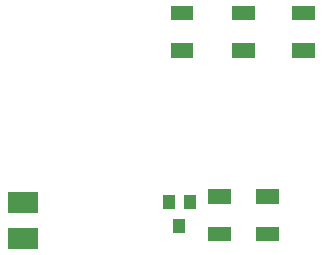
<source format=gbp>
G04 Layer: BottomPasteMaskLayer*
G04 EasyEDA v6.4.19.5, 2021-05-22T19:54:24+02:00*
G04 224cf8713a1a4faea1e3f274148ba73b,c38686c9fe6447858fcbf2546f174441,10*
G04 Gerber Generator version 0.2*
G04 Scale: 100 percent, Rotated: No, Reflected: No *
G04 Dimensions in millimeters *
G04 leading zeros omitted , absolute positions ,4 integer and 5 decimal *
%FSLAX45Y45*%
%MOMM*%

%ADD10C,0.0001*%

%LPD*%
G36*
X-209798Y-1296992D02*
G01*
X-209798Y-1176992D01*
X-399801Y-1176992D01*
X-399801Y-1296992D01*
G37*
G36*
X-209798Y-1617007D02*
G01*
X-209798Y-1497007D01*
X-399801Y-1497007D01*
X-399801Y-1617007D01*
G37*
G36*
X-1104900Y-1543050D02*
G01*
X-1003300Y-1543050D01*
X-1003300Y-1428750D01*
X-1104900Y-1428750D01*
G37*
G36*
X-1016000Y-1339850D02*
G01*
X-914400Y-1339850D01*
X-914400Y-1225550D01*
X-1016000Y-1225550D01*
G37*
G36*
X-1092200Y-1225550D02*
G01*
X-1193800Y-1225550D01*
X-1193800Y-1339850D01*
X-1092200Y-1339850D01*
G37*
G36*
X-616198Y-1616999D02*
G01*
X-616198Y-1496999D01*
X-806201Y-1496999D01*
X-806201Y-1616999D01*
G37*
G36*
X-616198Y-1296984D02*
G01*
X-616198Y-1176985D01*
X-806201Y-1176985D01*
X-806201Y-1296984D01*
G37*
G36*
X95001Y260022D02*
G01*
X95001Y380022D01*
X-95001Y380022D01*
X-95001Y260022D01*
G37*
G36*
X95001Y-59992D02*
G01*
X95001Y60007D01*
X-95001Y60007D01*
X-95001Y-59992D01*
G37*
G36*
X-412998Y260022D02*
G01*
X-412998Y380022D01*
X-603001Y380022D01*
X-603001Y260022D01*
G37*
G36*
X-412998Y-59992D02*
G01*
X-412998Y60007D01*
X-603001Y60007D01*
X-603001Y-59992D01*
G37*
G36*
X-933698Y260022D02*
G01*
X-933698Y380022D01*
X-1123701Y380022D01*
X-1123701Y260022D01*
G37*
G36*
X-933698Y-59992D02*
G01*
X-933698Y60007D01*
X-1123701Y60007D01*
X-1123701Y-59992D01*
G37*
G36*
X-2504897Y-1200078D02*
G01*
X-2504897Y-1380063D01*
X-2244902Y-1380063D01*
X-2244902Y-1200078D01*
G37*
G36*
X-2504897Y-1500306D02*
G01*
X-2504897Y-1680291D01*
X-2244902Y-1680291D01*
X-2244902Y-1500306D01*
G37*
M02*

</source>
